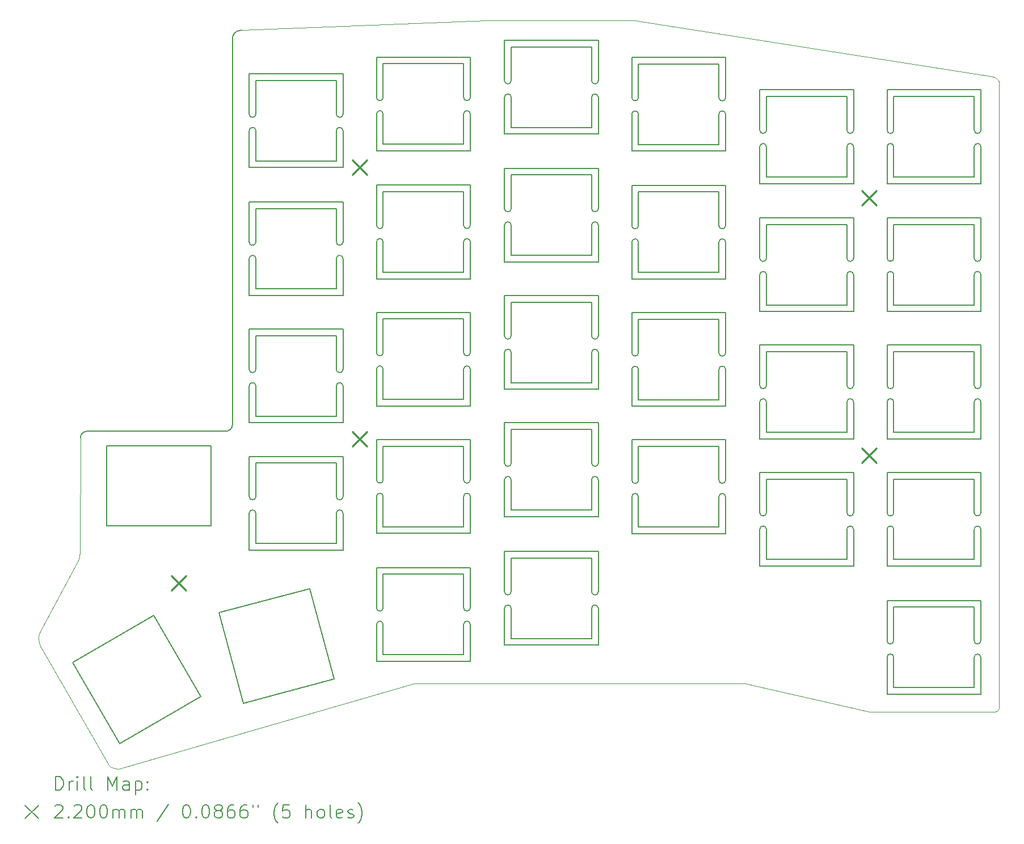
<source format=gbr>
%FSLAX45Y45*%
G04 Gerber Fmt 4.5, Leading zero omitted, Abs format (unit mm)*
G04 Created by KiCad (PCBNEW (6.0.2-0)) date 2022-03-06 15:41:22*
%MOMM*%
%LPD*%
G01*
G04 APERTURE LIST*
%TA.AperFunction,Profile*%
%ADD10C,0.150000*%
%TD*%
%TA.AperFunction,Profile*%
%ADD11C,0.100000*%
%TD*%
%ADD12C,0.200000*%
%ADD13C,0.220000*%
G04 APERTURE END LIST*
D10*
X22368600Y-12304900D02*
X22368600Y-12904900D01*
X22368600Y-13704900D02*
X20968600Y-13704900D01*
X22268600Y-12404900D02*
X22268600Y-12904900D01*
X20968600Y-12304900D02*
X22368600Y-12304900D01*
X22368600Y-13154900D02*
X22368600Y-13704900D01*
X21068600Y-13154900D02*
X21068600Y-13604900D01*
X21068600Y-13604900D02*
X22268600Y-13604900D01*
X22268600Y-13604900D02*
X22268600Y-13154900D01*
X21068600Y-13154900D02*
G75*
G03*
X20968600Y-13154900I-50000J0D01*
G01*
X20968600Y-12904900D02*
G75*
G03*
X21068600Y-12904900I50000J0D01*
G01*
X20968600Y-12904900D02*
X20968600Y-12304900D01*
X20968600Y-13704900D02*
X20968600Y-13154900D01*
X21068600Y-12404900D02*
X22268600Y-12404900D01*
X21068600Y-12904900D02*
X21068600Y-12404900D01*
X22268600Y-12904900D02*
G75*
G03*
X22368600Y-12904900I50000J0D01*
G01*
X22368600Y-13154900D02*
G75*
G03*
X22268600Y-13154900I-50000J0D01*
G01*
X16659500Y-11573500D02*
X16659500Y-12173500D01*
X16659500Y-12973500D02*
X15259500Y-12973500D01*
X16559500Y-11673500D02*
X16559500Y-12173500D01*
X15259500Y-11573500D02*
X16659500Y-11573500D01*
X16659500Y-12423500D02*
X16659500Y-12973500D01*
X15359500Y-12423500D02*
X15359500Y-12873500D01*
X15359500Y-12873500D02*
X16559500Y-12873500D01*
X16559500Y-12873500D02*
X16559500Y-12423500D01*
X15359500Y-12423500D02*
G75*
G03*
X15259500Y-12423500I-50000J0D01*
G01*
X15259500Y-12173500D02*
G75*
G03*
X15359500Y-12173500I50000J0D01*
G01*
X15259500Y-12173500D02*
X15259500Y-11573500D01*
X15259500Y-12973500D02*
X15259500Y-12423500D01*
X15359500Y-11673500D02*
X16559500Y-11673500D01*
X15359500Y-12173500D02*
X15359500Y-11673500D01*
X16559500Y-12173500D02*
G75*
G03*
X16659500Y-12173500I50000J0D01*
G01*
X16659500Y-12423500D02*
G75*
G03*
X16559500Y-12423500I-50000J0D01*
G01*
X14749500Y-11814500D02*
X14749500Y-12414500D01*
X14749500Y-13214500D02*
X13349500Y-13214500D01*
X14649500Y-11914500D02*
X14649500Y-12414500D01*
X13349500Y-11814500D02*
X14749500Y-11814500D01*
X14749500Y-12664500D02*
X14749500Y-13214500D01*
X13449500Y-12664500D02*
X13449500Y-13114500D01*
X13449500Y-13114500D02*
X14649500Y-13114500D01*
X14649500Y-13114500D02*
X14649500Y-12664500D01*
X13449500Y-12664500D02*
G75*
G03*
X13349500Y-12664500I-50000J0D01*
G01*
X13349500Y-12414500D02*
G75*
G03*
X13449500Y-12414500I50000J0D01*
G01*
X13349500Y-12414500D02*
X13349500Y-11814500D01*
X13349500Y-13214500D02*
X13349500Y-12664500D01*
X13449500Y-11914500D02*
X14649500Y-11914500D01*
X13449500Y-12414500D02*
X13449500Y-11914500D01*
X14649500Y-12414500D02*
G75*
G03*
X14749500Y-12414500I50000J0D01*
G01*
X14749500Y-12664500D02*
G75*
G03*
X14649500Y-12664500I-50000J0D01*
G01*
X13449500Y-11204500D02*
X14649500Y-11204500D01*
X14649500Y-11204500D02*
X14649500Y-10754500D01*
X13449500Y-10754500D02*
G75*
G03*
X13349500Y-10754500I-50000J0D01*
G01*
X13349500Y-10504500D02*
G75*
G03*
X13449500Y-10504500I50000J0D01*
G01*
X14749500Y-10754500D02*
X14749500Y-11304500D01*
X13449500Y-10004500D02*
X14649500Y-10004500D01*
X13449500Y-10504500D02*
X13449500Y-10004500D01*
X14749500Y-9904500D02*
X14749500Y-10504500D01*
X14749500Y-11304500D02*
X13349500Y-11304500D01*
X14649500Y-10004500D02*
X14649500Y-10504500D01*
X13349500Y-9904500D02*
X14749500Y-9904500D01*
X14649500Y-10504500D02*
G75*
G03*
X14749500Y-10504500I50000J0D01*
G01*
X14749500Y-10754500D02*
G75*
G03*
X14649500Y-10754500I-50000J0D01*
G01*
X13449500Y-10754500D02*
X13449500Y-11204500D01*
X15359500Y-10254500D02*
X15359500Y-9754500D01*
X12749500Y-10754500D02*
G75*
G03*
X12849500Y-10754500I50000J0D01*
G01*
X12849500Y-11004500D02*
G75*
G03*
X12749500Y-11004500I-50000J0D01*
G01*
X20969500Y-10394500D02*
X22369500Y-10394500D01*
X22269500Y-10994500D02*
G75*
G03*
X22369500Y-10994500I50000J0D01*
G01*
X22369500Y-11244500D02*
G75*
G03*
X22269500Y-11244500I-50000J0D01*
G01*
X21069500Y-11244500D02*
X21069500Y-11694500D01*
X21069500Y-11694500D02*
X22269500Y-11694500D01*
X22269500Y-11694500D02*
X22269500Y-11244500D01*
X21069500Y-11244500D02*
G75*
G03*
X20969500Y-11244500I-50000J0D01*
G01*
X20969500Y-10994500D02*
G75*
G03*
X21069500Y-10994500I50000J0D01*
G01*
X20969500Y-10994500D02*
X20969500Y-10394500D01*
X20969500Y-11794500D02*
X20969500Y-11244500D01*
X21069500Y-10494500D02*
X22269500Y-10494500D01*
X21069500Y-10994500D02*
X21069500Y-10494500D01*
X22369500Y-11794500D02*
X20969500Y-11794500D01*
X22269500Y-10494500D02*
X22269500Y-10994500D01*
X16559500Y-9754500D02*
X16559500Y-10254500D01*
X15259500Y-9654500D02*
X16659500Y-9654500D01*
X16659500Y-10504500D02*
X16659500Y-11054500D01*
X16659500Y-11054500D02*
X15259500Y-11054500D01*
X13349500Y-10504500D02*
X13349500Y-9904500D01*
X13349500Y-11304500D02*
X13349500Y-10754500D01*
X22369500Y-10394500D02*
X22369500Y-10994500D01*
X22369500Y-11244500D02*
X22369500Y-11794500D01*
X18559500Y-9908500D02*
X18559500Y-10508500D01*
X17159500Y-9908500D02*
X18559500Y-9908500D01*
X17259500Y-10508500D02*
X17259500Y-10008500D01*
X18559500Y-11308500D02*
X17159500Y-11308500D01*
X18459500Y-10008500D02*
X18459500Y-10508500D01*
X18459500Y-10508500D02*
G75*
G03*
X18559500Y-10508500I50000J0D01*
G01*
X18559500Y-10758500D02*
G75*
G03*
X18459500Y-10758500I-50000J0D01*
G01*
X17259500Y-10758500D02*
X17259500Y-11208500D01*
X17259500Y-11208500D02*
X18459500Y-11208500D01*
X18459500Y-11208500D02*
X18459500Y-10758500D01*
X18559500Y-10758500D02*
X18559500Y-11308500D01*
X17259500Y-10758500D02*
G75*
G03*
X17159500Y-10758500I-50000J0D01*
G01*
X17159500Y-10508500D02*
G75*
G03*
X17259500Y-10508500I50000J0D01*
G01*
X17159500Y-10508500D02*
X17159500Y-9908500D01*
X17159500Y-11308500D02*
X17159500Y-10758500D01*
X17259500Y-10008500D02*
X18459500Y-10008500D01*
X15359500Y-9754500D02*
X16559500Y-9754500D01*
X20469500Y-10394500D02*
X20469500Y-10994500D01*
X16559500Y-10254500D02*
G75*
G03*
X16659500Y-10254500I50000J0D01*
G01*
X16659500Y-10504500D02*
G75*
G03*
X16559500Y-10504500I-50000J0D01*
G01*
X15359500Y-10504500D02*
X15359500Y-10954500D01*
X15359500Y-10954500D02*
X16559500Y-10954500D01*
X16559500Y-10954500D02*
X16559500Y-10504500D01*
X15359500Y-10504500D02*
G75*
G03*
X15259500Y-10504500I-50000J0D01*
G01*
X15259500Y-10254500D02*
G75*
G03*
X15359500Y-10254500I50000J0D01*
G01*
X15259500Y-10254500D02*
X15259500Y-9654500D01*
X15259500Y-11054500D02*
X15259500Y-10504500D01*
X19069500Y-10394500D02*
X20469500Y-10394500D01*
X20469500Y-11244500D02*
X20469500Y-11794500D01*
X16659500Y-9654500D02*
X16659500Y-10254500D01*
X11549500Y-11004500D02*
X11549500Y-11454500D01*
X20369500Y-10994500D02*
G75*
G03*
X20469500Y-10994500I50000J0D01*
G01*
X20469500Y-11244500D02*
G75*
G03*
X20369500Y-11244500I-50000J0D01*
G01*
X19169500Y-11244500D02*
X19169500Y-11694500D01*
X19169500Y-11694500D02*
X20369500Y-11694500D01*
X20369500Y-11694500D02*
X20369500Y-11244500D01*
X19169500Y-11244500D02*
G75*
G03*
X19069500Y-11244500I-50000J0D01*
G01*
X19069500Y-10994500D02*
G75*
G03*
X19169500Y-10994500I50000J0D01*
G01*
X19069500Y-10994500D02*
X19069500Y-10394500D01*
X19069500Y-11794500D02*
X19069500Y-11244500D01*
X19169500Y-10494500D02*
X20369500Y-10494500D01*
X19169500Y-10994500D02*
X19169500Y-10494500D01*
X20469500Y-11794500D02*
X19069500Y-11794500D01*
X20369500Y-10494500D02*
X20369500Y-10994500D01*
X11549500Y-11454500D02*
X12749500Y-11454500D01*
X12749500Y-11454500D02*
X12749500Y-11004500D01*
X11549500Y-11004500D02*
G75*
G03*
X11449500Y-11004500I-50000J0D01*
G01*
X11449500Y-10754500D02*
G75*
G03*
X11549500Y-10754500I50000J0D01*
G01*
X11449500Y-10754500D02*
X11449500Y-10154500D01*
X11449500Y-11554500D02*
X11449500Y-11004500D01*
X11549500Y-10254500D02*
X12749500Y-10254500D01*
X11549500Y-10754500D02*
X11549500Y-10254500D01*
X12849500Y-11554500D02*
X11449500Y-11554500D01*
X12749500Y-10254500D02*
X12749500Y-10754500D01*
X11449500Y-10154500D02*
X12849500Y-10154500D01*
X12849500Y-11004500D02*
X12849500Y-11554500D01*
X12849500Y-10154500D02*
X12849500Y-10754500D01*
X13449500Y-9304500D02*
X14649500Y-9304500D01*
X14649500Y-9304500D02*
X14649500Y-8854500D01*
X13449500Y-8854500D02*
G75*
G03*
X13349500Y-8854500I-50000J0D01*
G01*
X13349500Y-8604500D02*
G75*
G03*
X13449500Y-8604500I50000J0D01*
G01*
X14749500Y-8854500D02*
X14749500Y-9404500D01*
X13449500Y-8104500D02*
X14649500Y-8104500D01*
X13449500Y-8604500D02*
X13449500Y-8104500D01*
X14749500Y-8004500D02*
X14749500Y-8604500D01*
X14749500Y-9404500D02*
X13349500Y-9404500D01*
X14649500Y-8104500D02*
X14649500Y-8604500D01*
X13349500Y-8004500D02*
X14749500Y-8004500D01*
X14649500Y-8604500D02*
G75*
G03*
X14749500Y-8604500I50000J0D01*
G01*
X14749500Y-8854500D02*
G75*
G03*
X14649500Y-8854500I-50000J0D01*
G01*
X13449500Y-8854500D02*
X13449500Y-9304500D01*
X15359500Y-8354500D02*
X15359500Y-7854500D01*
X12749500Y-8854500D02*
G75*
G03*
X12849500Y-8854500I50000J0D01*
G01*
X12849500Y-9104500D02*
G75*
G03*
X12749500Y-9104500I-50000J0D01*
G01*
X20969500Y-8494500D02*
X22369500Y-8494500D01*
X22269500Y-9094500D02*
G75*
G03*
X22369500Y-9094500I50000J0D01*
G01*
X22369500Y-9344500D02*
G75*
G03*
X22269500Y-9344500I-50000J0D01*
G01*
X21069500Y-9344500D02*
X21069500Y-9794500D01*
X21069500Y-9794500D02*
X22269500Y-9794500D01*
X22269500Y-9794500D02*
X22269500Y-9344500D01*
X21069500Y-9344500D02*
G75*
G03*
X20969500Y-9344500I-50000J0D01*
G01*
X20969500Y-9094500D02*
G75*
G03*
X21069500Y-9094500I50000J0D01*
G01*
X20969500Y-9094500D02*
X20969500Y-8494500D01*
X20969500Y-9894500D02*
X20969500Y-9344500D01*
X21069500Y-8594500D02*
X22269500Y-8594500D01*
X21069500Y-9094500D02*
X21069500Y-8594500D01*
X22369500Y-9894500D02*
X20969500Y-9894500D01*
X22269500Y-8594500D02*
X22269500Y-9094500D01*
X16559500Y-7854500D02*
X16559500Y-8354500D01*
X15259500Y-7754500D02*
X16659500Y-7754500D01*
X16659500Y-8604500D02*
X16659500Y-9154500D01*
X16659500Y-9154500D02*
X15259500Y-9154500D01*
X13349500Y-8604500D02*
X13349500Y-8004500D01*
X13349500Y-9404500D02*
X13349500Y-8854500D01*
X22369500Y-8494500D02*
X22369500Y-9094500D01*
X22369500Y-9344500D02*
X22369500Y-9894500D01*
X18559500Y-8008500D02*
X18559500Y-8608500D01*
X17159500Y-8008500D02*
X18559500Y-8008500D01*
X17259500Y-8608500D02*
X17259500Y-8108500D01*
X18559500Y-9408500D02*
X17159500Y-9408500D01*
X18459500Y-8108500D02*
X18459500Y-8608500D01*
X18459500Y-8608500D02*
G75*
G03*
X18559500Y-8608500I50000J0D01*
G01*
X18559500Y-8858500D02*
G75*
G03*
X18459500Y-8858500I-50000J0D01*
G01*
X17259500Y-8858500D02*
X17259500Y-9308500D01*
X17259500Y-9308500D02*
X18459500Y-9308500D01*
X18459500Y-9308500D02*
X18459500Y-8858500D01*
X18559500Y-8858500D02*
X18559500Y-9408500D01*
X17259500Y-8858500D02*
G75*
G03*
X17159500Y-8858500I-50000J0D01*
G01*
X17159500Y-8608500D02*
G75*
G03*
X17259500Y-8608500I50000J0D01*
G01*
X17159500Y-8608500D02*
X17159500Y-8008500D01*
X17159500Y-9408500D02*
X17159500Y-8858500D01*
X17259500Y-8108500D02*
X18459500Y-8108500D01*
X15359500Y-7854500D02*
X16559500Y-7854500D01*
X20469500Y-8494500D02*
X20469500Y-9094500D01*
X16559500Y-8354500D02*
G75*
G03*
X16659500Y-8354500I50000J0D01*
G01*
X16659500Y-8604500D02*
G75*
G03*
X16559500Y-8604500I-50000J0D01*
G01*
X15359500Y-8604500D02*
X15359500Y-9054500D01*
X15359500Y-9054500D02*
X16559500Y-9054500D01*
X16559500Y-9054500D02*
X16559500Y-8604500D01*
X15359500Y-8604500D02*
G75*
G03*
X15259500Y-8604500I-50000J0D01*
G01*
X15259500Y-8354500D02*
G75*
G03*
X15359500Y-8354500I50000J0D01*
G01*
X15259500Y-8354500D02*
X15259500Y-7754500D01*
X15259500Y-9154500D02*
X15259500Y-8604500D01*
X19069500Y-8494500D02*
X20469500Y-8494500D01*
X20469500Y-9344500D02*
X20469500Y-9894500D01*
X16659500Y-7754500D02*
X16659500Y-8354500D01*
X11549500Y-9104500D02*
X11549500Y-9554500D01*
X20369500Y-9094500D02*
G75*
G03*
X20469500Y-9094500I50000J0D01*
G01*
X20469500Y-9344500D02*
G75*
G03*
X20369500Y-9344500I-50000J0D01*
G01*
X19169500Y-9344500D02*
X19169500Y-9794500D01*
X19169500Y-9794500D02*
X20369500Y-9794500D01*
X20369500Y-9794500D02*
X20369500Y-9344500D01*
X19169500Y-9344500D02*
G75*
G03*
X19069500Y-9344500I-50000J0D01*
G01*
X19069500Y-9094500D02*
G75*
G03*
X19169500Y-9094500I50000J0D01*
G01*
X19069500Y-9094500D02*
X19069500Y-8494500D01*
X19069500Y-9894500D02*
X19069500Y-9344500D01*
X19169500Y-8594500D02*
X20369500Y-8594500D01*
X19169500Y-9094500D02*
X19169500Y-8594500D01*
X20469500Y-9894500D02*
X19069500Y-9894500D01*
X20369500Y-8594500D02*
X20369500Y-9094500D01*
X11549500Y-9554500D02*
X12749500Y-9554500D01*
X12749500Y-9554500D02*
X12749500Y-9104500D01*
X11549500Y-9104500D02*
G75*
G03*
X11449500Y-9104500I-50000J0D01*
G01*
X11449500Y-8854500D02*
G75*
G03*
X11549500Y-8854500I50000J0D01*
G01*
X11449500Y-8854500D02*
X11449500Y-8254500D01*
X11449500Y-9654500D02*
X11449500Y-9104500D01*
X11549500Y-8354500D02*
X12749500Y-8354500D01*
X11549500Y-8854500D02*
X11549500Y-8354500D01*
X12849500Y-9654500D02*
X11449500Y-9654500D01*
X12749500Y-8354500D02*
X12749500Y-8854500D01*
X11449500Y-8254500D02*
X12849500Y-8254500D01*
X12849500Y-9104500D02*
X12849500Y-9654500D01*
X12849500Y-8254500D02*
X12849500Y-8854500D01*
X13449500Y-7404500D02*
X14649500Y-7404500D01*
X14649500Y-7404500D02*
X14649500Y-6954500D01*
X13449500Y-6954500D02*
G75*
G03*
X13349500Y-6954500I-50000J0D01*
G01*
X13349500Y-6704500D02*
G75*
G03*
X13449500Y-6704500I50000J0D01*
G01*
X14749500Y-6954500D02*
X14749500Y-7504500D01*
X13449500Y-6204500D02*
X14649500Y-6204500D01*
X13449500Y-6704500D02*
X13449500Y-6204500D01*
X14749500Y-6104500D02*
X14749500Y-6704500D01*
X14749500Y-7504500D02*
X13349500Y-7504500D01*
X14649500Y-6204500D02*
X14649500Y-6704500D01*
X13349500Y-6104500D02*
X14749500Y-6104500D01*
X14649500Y-6704500D02*
G75*
G03*
X14749500Y-6704500I50000J0D01*
G01*
X14749500Y-6954500D02*
G75*
G03*
X14649500Y-6954500I-50000J0D01*
G01*
X13449500Y-6954500D02*
X13449500Y-7404500D01*
X15359500Y-6454500D02*
X15359500Y-5954500D01*
X12749500Y-6954500D02*
G75*
G03*
X12849500Y-6954500I50000J0D01*
G01*
X12849500Y-7204500D02*
G75*
G03*
X12749500Y-7204500I-50000J0D01*
G01*
X20969500Y-6594500D02*
X22369500Y-6594500D01*
X22269500Y-7194500D02*
G75*
G03*
X22369500Y-7194500I50000J0D01*
G01*
X22369500Y-7444500D02*
G75*
G03*
X22269500Y-7444500I-50000J0D01*
G01*
X21069500Y-7444500D02*
X21069500Y-7894500D01*
X21069500Y-7894500D02*
X22269500Y-7894500D01*
X22269500Y-7894500D02*
X22269500Y-7444500D01*
X21069500Y-7444500D02*
G75*
G03*
X20969500Y-7444500I-50000J0D01*
G01*
X20969500Y-7194500D02*
G75*
G03*
X21069500Y-7194500I50000J0D01*
G01*
X20969500Y-7194500D02*
X20969500Y-6594500D01*
X20969500Y-7994500D02*
X20969500Y-7444500D01*
X21069500Y-6694500D02*
X22269500Y-6694500D01*
X21069500Y-7194500D02*
X21069500Y-6694500D01*
X22369500Y-7994500D02*
X20969500Y-7994500D01*
X22269500Y-6694500D02*
X22269500Y-7194500D01*
X16559500Y-5954500D02*
X16559500Y-6454500D01*
X15259500Y-5854500D02*
X16659500Y-5854500D01*
X16659500Y-6704500D02*
X16659500Y-7254500D01*
X16659500Y-7254500D02*
X15259500Y-7254500D01*
X13349500Y-6704500D02*
X13349500Y-6104500D01*
X13349500Y-7504500D02*
X13349500Y-6954500D01*
X22369500Y-6594500D02*
X22369500Y-7194500D01*
X22369500Y-7444500D02*
X22369500Y-7994500D01*
X18559500Y-6108500D02*
X18559500Y-6708500D01*
X17159500Y-6108500D02*
X18559500Y-6108500D01*
X17259500Y-6708500D02*
X17259500Y-6208500D01*
X18559500Y-7508500D02*
X17159500Y-7508500D01*
X18459500Y-6208500D02*
X18459500Y-6708500D01*
X18459500Y-6708500D02*
G75*
G03*
X18559500Y-6708500I50000J0D01*
G01*
X18559500Y-6958500D02*
G75*
G03*
X18459500Y-6958500I-50000J0D01*
G01*
X17259500Y-6958500D02*
X17259500Y-7408500D01*
X17259500Y-7408500D02*
X18459500Y-7408500D01*
X18459500Y-7408500D02*
X18459500Y-6958500D01*
X18559500Y-6958500D02*
X18559500Y-7508500D01*
X17259500Y-6958500D02*
G75*
G03*
X17159500Y-6958500I-50000J0D01*
G01*
X17159500Y-6708500D02*
G75*
G03*
X17259500Y-6708500I50000J0D01*
G01*
X17159500Y-6708500D02*
X17159500Y-6108500D01*
X17159500Y-7508500D02*
X17159500Y-6958500D01*
X17259500Y-6208500D02*
X18459500Y-6208500D01*
X15359500Y-5954500D02*
X16559500Y-5954500D01*
X20469500Y-6594500D02*
X20469500Y-7194500D01*
X16559500Y-6454500D02*
G75*
G03*
X16659500Y-6454500I50000J0D01*
G01*
X16659500Y-6704500D02*
G75*
G03*
X16559500Y-6704500I-50000J0D01*
G01*
X15359500Y-6704500D02*
X15359500Y-7154500D01*
X15359500Y-7154500D02*
X16559500Y-7154500D01*
X16559500Y-7154500D02*
X16559500Y-6704500D01*
X15359500Y-6704500D02*
G75*
G03*
X15259500Y-6704500I-50000J0D01*
G01*
X15259500Y-6454500D02*
G75*
G03*
X15359500Y-6454500I50000J0D01*
G01*
X15259500Y-6454500D02*
X15259500Y-5854500D01*
X15259500Y-7254500D02*
X15259500Y-6704500D01*
X19069500Y-6594500D02*
X20469500Y-6594500D01*
X20469500Y-7444500D02*
X20469500Y-7994500D01*
X16659500Y-5854500D02*
X16659500Y-6454500D01*
X11549500Y-7204500D02*
X11549500Y-7654500D01*
X20369500Y-7194500D02*
G75*
G03*
X20469500Y-7194500I50000J0D01*
G01*
X20469500Y-7444500D02*
G75*
G03*
X20369500Y-7444500I-50000J0D01*
G01*
X19169500Y-7444500D02*
X19169500Y-7894500D01*
X19169500Y-7894500D02*
X20369500Y-7894500D01*
X20369500Y-7894500D02*
X20369500Y-7444500D01*
X19169500Y-7444500D02*
G75*
G03*
X19069500Y-7444500I-50000J0D01*
G01*
X19069500Y-7194500D02*
G75*
G03*
X19169500Y-7194500I50000J0D01*
G01*
X19069500Y-7194500D02*
X19069500Y-6594500D01*
X19069500Y-7994500D02*
X19069500Y-7444500D01*
X19169500Y-6694500D02*
X20369500Y-6694500D01*
X19169500Y-7194500D02*
X19169500Y-6694500D01*
X20469500Y-7994500D02*
X19069500Y-7994500D01*
X20369500Y-6694500D02*
X20369500Y-7194500D01*
X11549500Y-7654500D02*
X12749500Y-7654500D01*
X12749500Y-7654500D02*
X12749500Y-7204500D01*
X11549500Y-7204500D02*
G75*
G03*
X11449500Y-7204500I-50000J0D01*
G01*
X11449500Y-6954500D02*
G75*
G03*
X11549500Y-6954500I50000J0D01*
G01*
X11449500Y-6954500D02*
X11449500Y-6354500D01*
X11449500Y-7754500D02*
X11449500Y-7204500D01*
X11549500Y-6454500D02*
X12749500Y-6454500D01*
X11549500Y-6954500D02*
X11549500Y-6454500D01*
X12849500Y-7754500D02*
X11449500Y-7754500D01*
X12749500Y-6454500D02*
X12749500Y-6954500D01*
X11449500Y-6354500D02*
X12849500Y-6354500D01*
X12849500Y-7204500D02*
X12849500Y-7754500D01*
X12849500Y-6354500D02*
X12849500Y-6954500D01*
X22269500Y-5284500D02*
G75*
G03*
X22369500Y-5284500I50000J0D01*
G01*
X22369500Y-5534500D02*
G75*
G03*
X22269500Y-5534500I-50000J0D01*
G01*
X21069500Y-5534500D02*
X21069500Y-5984500D01*
X21069500Y-5984500D02*
X22269500Y-5984500D01*
X22269500Y-5984500D02*
X22269500Y-5534500D01*
X21069500Y-5534500D02*
G75*
G03*
X20969500Y-5534500I-50000J0D01*
G01*
X20969500Y-5284500D02*
G75*
G03*
X21069500Y-5284500I50000J0D01*
G01*
X20969500Y-5284500D02*
X20969500Y-4684500D01*
X20969500Y-6084500D02*
X20969500Y-5534500D01*
X21069500Y-4784500D02*
X22269500Y-4784500D01*
X21069500Y-5284500D02*
X21069500Y-4784500D01*
X22369500Y-6084500D02*
X20969500Y-6084500D01*
X22269500Y-4784500D02*
X22269500Y-5284500D01*
X20969500Y-4684500D02*
X22369500Y-4684500D01*
X22369500Y-5534500D02*
X22369500Y-6084500D01*
X22369500Y-4684500D02*
X22369500Y-5284500D01*
X20369500Y-5284500D02*
G75*
G03*
X20469500Y-5284500I50000J0D01*
G01*
X20469500Y-5534500D02*
G75*
G03*
X20369500Y-5534500I-50000J0D01*
G01*
X19169500Y-5534500D02*
X19169500Y-5984500D01*
X19169500Y-5984500D02*
X20369500Y-5984500D01*
X20369500Y-5984500D02*
X20369500Y-5534500D01*
X19169500Y-5534500D02*
G75*
G03*
X19069500Y-5534500I-50000J0D01*
G01*
X19069500Y-5284500D02*
G75*
G03*
X19169500Y-5284500I50000J0D01*
G01*
X19069500Y-5284500D02*
X19069500Y-4684500D01*
X19069500Y-6084500D02*
X19069500Y-5534500D01*
X19169500Y-4784500D02*
X20369500Y-4784500D01*
X19169500Y-5284500D02*
X19169500Y-4784500D01*
X20469500Y-6084500D02*
X19069500Y-6084500D01*
X20369500Y-4784500D02*
X20369500Y-5284500D01*
X19069500Y-4684500D02*
X20469500Y-4684500D01*
X20469500Y-5534500D02*
X20469500Y-6084500D01*
X20469500Y-4684500D02*
X20469500Y-5284500D01*
X18459500Y-4798500D02*
G75*
G03*
X18559500Y-4798500I50000J0D01*
G01*
X18559500Y-5048500D02*
G75*
G03*
X18459500Y-5048500I-50000J0D01*
G01*
X17259500Y-5048500D02*
X17259500Y-5498500D01*
X17259500Y-5498500D02*
X18459500Y-5498500D01*
X18459500Y-5498500D02*
X18459500Y-5048500D01*
X17259500Y-5048500D02*
G75*
G03*
X17159500Y-5048500I-50000J0D01*
G01*
X17159500Y-4798500D02*
G75*
G03*
X17259500Y-4798500I50000J0D01*
G01*
X17159500Y-4798500D02*
X17159500Y-4198500D01*
X17159500Y-5598500D02*
X17159500Y-5048500D01*
X17259500Y-4298500D02*
X18459500Y-4298500D01*
X17259500Y-4798500D02*
X17259500Y-4298500D01*
X18559500Y-5598500D02*
X17159500Y-5598500D01*
X18459500Y-4298500D02*
X18459500Y-4798500D01*
X17159500Y-4198500D02*
X18559500Y-4198500D01*
X18559500Y-5048500D02*
X18559500Y-5598500D01*
X18559500Y-4198500D02*
X18559500Y-4798500D01*
X16559500Y-4544500D02*
G75*
G03*
X16659500Y-4544500I50000J0D01*
G01*
X16659500Y-4794500D02*
G75*
G03*
X16559500Y-4794500I-50000J0D01*
G01*
X15359500Y-4794500D02*
X15359500Y-5244500D01*
X15359500Y-5244500D02*
X16559500Y-5244500D01*
X16559500Y-5244500D02*
X16559500Y-4794500D01*
X15359500Y-4794500D02*
G75*
G03*
X15259500Y-4794500I-50000J0D01*
G01*
X15259500Y-4544500D02*
G75*
G03*
X15359500Y-4544500I50000J0D01*
G01*
X15259500Y-4544500D02*
X15259500Y-3944500D01*
X15259500Y-5344500D02*
X15259500Y-4794500D01*
X15359500Y-4044500D02*
X16559500Y-4044500D01*
X15359500Y-4544500D02*
X15359500Y-4044500D01*
X16659500Y-5344500D02*
X15259500Y-5344500D01*
X16559500Y-4044500D02*
X16559500Y-4544500D01*
X15259500Y-3944500D02*
X16659500Y-3944500D01*
X16659500Y-4794500D02*
X16659500Y-5344500D01*
X16659500Y-3944500D02*
X16659500Y-4544500D01*
X14649500Y-4794500D02*
G75*
G03*
X14749500Y-4794500I50000J0D01*
G01*
X14749500Y-5044500D02*
G75*
G03*
X14649500Y-5044500I-50000J0D01*
G01*
X13449500Y-5044500D02*
X13449500Y-5494500D01*
X13449500Y-5494500D02*
X14649500Y-5494500D01*
X14649500Y-5494500D02*
X14649500Y-5044500D01*
X13449500Y-5044500D02*
G75*
G03*
X13349500Y-5044500I-50000J0D01*
G01*
X13349500Y-4794500D02*
G75*
G03*
X13449500Y-4794500I50000J0D01*
G01*
X13349500Y-4794500D02*
X13349500Y-4194500D01*
X13349500Y-5594500D02*
X13349500Y-5044500D01*
X13449500Y-4294500D02*
X14649500Y-4294500D01*
X13449500Y-4794500D02*
X13449500Y-4294500D01*
X14749500Y-5594500D02*
X13349500Y-5594500D01*
X14649500Y-4294500D02*
X14649500Y-4794500D01*
X13349500Y-4194500D02*
X14749500Y-4194500D01*
X14749500Y-5044500D02*
X14749500Y-5594500D01*
X14749500Y-4194500D02*
X14749500Y-4794500D01*
X10726718Y-13740718D02*
X9514282Y-14440718D01*
X10026718Y-12528282D02*
X10726718Y-13740718D01*
X9514282Y-14440718D02*
X8814282Y-13228282D01*
X8814282Y-13228282D02*
X10026718Y-12528282D01*
X10879500Y-11194500D02*
X10879500Y-10594500D01*
D11*
X22627888Y-4544281D02*
X22636528Y-4562367D01*
X9354500Y-14764500D02*
X8329500Y-12984500D01*
X17194500Y-3644500D02*
X22547044Y-4489015D01*
X8927026Y-11584500D02*
X8919500Y-11649500D01*
X9434500Y-14809500D02*
X9489500Y-14819500D01*
X8314500Y-12934500D02*
X8309500Y-12874500D01*
X9389500Y-14794500D02*
X9434500Y-14809500D01*
X22567211Y-4494178D02*
X22585687Y-4502647D01*
X8919500Y-11649500D02*
X8899500Y-11709500D01*
X8309500Y-12874500D02*
X8309500Y-12834500D01*
X9354500Y-14764500D02*
X9389500Y-14794500D01*
X22547044Y-4489015D02*
X22567211Y-4494178D01*
X22641938Y-4581957D02*
X22643818Y-4602690D01*
X8319500Y-12784500D02*
X8899500Y-11709500D01*
X22636528Y-4562367D02*
X22641938Y-4581957D01*
X14999500Y-3644500D02*
X11339500Y-3790000D01*
X13914913Y-13544500D02*
X18849500Y-13544500D01*
X8329500Y-12984500D02*
X8314500Y-12934500D01*
X8309500Y-12834500D02*
X8319500Y-12784500D01*
X13914913Y-13544500D02*
X9489500Y-14819500D01*
X22602162Y-4514060D02*
X22616332Y-4528058D01*
X14999500Y-3644500D02*
X17194500Y-3644500D01*
X22616332Y-4528058D02*
X22627888Y-4544281D01*
X8927026Y-11584500D02*
X8930000Y-9880000D01*
X22585687Y-4502647D02*
X22602162Y-4514060D01*
X22586574Y-13970482D02*
X20710530Y-13970482D01*
X22586574Y-13970482D02*
G75*
G03*
X22643980Y-13913597I508J56896D01*
G01*
X22643818Y-4602690D02*
X22643980Y-13913597D01*
X20710530Y-13970482D02*
X18849500Y-13544500D01*
D10*
X11002179Y-12489525D02*
X12354475Y-12127179D01*
X12716821Y-13479475D02*
X11364525Y-13841821D01*
X11269500Y-3810000D02*
X11299500Y-3800000D01*
X12849500Y-5294500D02*
G75*
G03*
X12749500Y-5294500I-50000J0D01*
G01*
X12749500Y-5044500D02*
G75*
G03*
X12849500Y-5044500I50000J0D01*
G01*
X9030000Y-9780000D02*
X11099500Y-9780000D01*
X11209500Y-3870000D02*
X11229500Y-3840000D01*
X11449500Y-4444500D02*
X12849500Y-4444500D01*
X11199500Y-3904500D02*
X11209500Y-3870000D01*
X10879500Y-10594500D02*
X10879500Y-9994500D01*
X9319500Y-11194500D02*
X10879500Y-11194500D01*
X11299500Y-3800000D02*
X11339500Y-3790000D01*
X12749500Y-4544500D02*
X12749500Y-5044500D01*
X9030000Y-9780000D02*
G75*
G03*
X8930000Y-9880000I0J-100000D01*
G01*
X11099500Y-9780000D02*
G75*
G03*
X11199500Y-9680000I0J100000D01*
G01*
X12849500Y-5844500D02*
X11449500Y-5844500D01*
X11549500Y-5044500D02*
X11549500Y-4544500D01*
X9319500Y-9994500D02*
X9319500Y-11194500D01*
X11549500Y-4544500D02*
X12749500Y-4544500D01*
X11449500Y-5844500D02*
X11449500Y-5294500D01*
X11449500Y-5044500D02*
X11449500Y-4444500D01*
X11449500Y-5044500D02*
G75*
G03*
X11549500Y-5044500I50000J0D01*
G01*
X11549500Y-5294500D02*
G75*
G03*
X11449500Y-5294500I-50000J0D01*
G01*
X12749500Y-5744500D02*
X12749500Y-5294500D01*
X11364525Y-13841821D02*
X11002179Y-12489525D01*
X11549500Y-5294500D02*
X11549500Y-5744500D01*
X12849500Y-4444500D02*
X12849500Y-5044500D01*
X12849500Y-5294500D02*
X12849500Y-5844500D01*
X11229500Y-3840000D02*
X11249500Y-3820000D01*
X10879500Y-9994500D02*
X9319500Y-9994500D01*
X11199500Y-9680000D02*
X11199500Y-3904500D01*
X12354475Y-12127179D02*
X12716821Y-13479475D01*
X11249500Y-3820000D02*
X11269500Y-3810000D01*
X11549500Y-5744500D02*
X12749500Y-5744500D01*
D12*
D13*
X10289500Y-11934500D02*
X10509500Y-12154500D01*
X10509500Y-11934500D02*
X10289500Y-12154500D01*
X12989500Y-5734500D02*
X13209500Y-5954500D01*
X13209500Y-5734500D02*
X12989500Y-5954500D01*
X12989500Y-9784500D02*
X13209500Y-10004500D01*
X13209500Y-9784500D02*
X12989500Y-10004500D01*
X20589500Y-6184500D02*
X20809500Y-6404500D01*
X20809500Y-6184500D02*
X20589500Y-6404500D01*
X20589500Y-10034500D02*
X20809500Y-10254500D01*
X20809500Y-10034500D02*
X20589500Y-10254500D01*
D12*
X8562119Y-15134976D02*
X8562119Y-14934976D01*
X8609738Y-14934976D01*
X8638310Y-14944500D01*
X8657357Y-14963548D01*
X8666881Y-14982595D01*
X8676405Y-15020690D01*
X8676405Y-15049262D01*
X8666881Y-15087357D01*
X8657357Y-15106405D01*
X8638310Y-15125452D01*
X8609738Y-15134976D01*
X8562119Y-15134976D01*
X8762119Y-15134976D02*
X8762119Y-15001643D01*
X8762119Y-15039738D02*
X8771643Y-15020690D01*
X8781167Y-15011167D01*
X8800214Y-15001643D01*
X8819262Y-15001643D01*
X8885929Y-15134976D02*
X8885929Y-15001643D01*
X8885929Y-14934976D02*
X8876405Y-14944500D01*
X8885929Y-14954024D01*
X8895452Y-14944500D01*
X8885929Y-14934976D01*
X8885929Y-14954024D01*
X9009738Y-15134976D02*
X8990690Y-15125452D01*
X8981167Y-15106405D01*
X8981167Y-14934976D01*
X9114500Y-15134976D02*
X9095452Y-15125452D01*
X9085929Y-15106405D01*
X9085929Y-14934976D01*
X9343071Y-15134976D02*
X9343071Y-14934976D01*
X9409738Y-15077833D01*
X9476405Y-14934976D01*
X9476405Y-15134976D01*
X9657357Y-15134976D02*
X9657357Y-15030214D01*
X9647833Y-15011167D01*
X9628786Y-15001643D01*
X9590690Y-15001643D01*
X9571643Y-15011167D01*
X9657357Y-15125452D02*
X9638310Y-15134976D01*
X9590690Y-15134976D01*
X9571643Y-15125452D01*
X9562119Y-15106405D01*
X9562119Y-15087357D01*
X9571643Y-15068309D01*
X9590690Y-15058786D01*
X9638310Y-15058786D01*
X9657357Y-15049262D01*
X9752595Y-15001643D02*
X9752595Y-15201643D01*
X9752595Y-15011167D02*
X9771643Y-15001643D01*
X9809738Y-15001643D01*
X9828786Y-15011167D01*
X9838310Y-15020690D01*
X9847833Y-15039738D01*
X9847833Y-15096881D01*
X9838310Y-15115928D01*
X9828786Y-15125452D01*
X9809738Y-15134976D01*
X9771643Y-15134976D01*
X9752595Y-15125452D01*
X9933548Y-15115928D02*
X9943071Y-15125452D01*
X9933548Y-15134976D01*
X9924024Y-15125452D01*
X9933548Y-15115928D01*
X9933548Y-15134976D01*
X9933548Y-15011167D02*
X9943071Y-15020690D01*
X9933548Y-15030214D01*
X9924024Y-15020690D01*
X9933548Y-15011167D01*
X9933548Y-15030214D01*
X8104500Y-15364500D02*
X8304500Y-15564500D01*
X8304500Y-15364500D02*
X8104500Y-15564500D01*
X8552595Y-15374024D02*
X8562119Y-15364500D01*
X8581167Y-15354976D01*
X8628786Y-15354976D01*
X8647833Y-15364500D01*
X8657357Y-15374024D01*
X8666881Y-15393071D01*
X8666881Y-15412119D01*
X8657357Y-15440690D01*
X8543071Y-15554976D01*
X8666881Y-15554976D01*
X8752595Y-15535928D02*
X8762119Y-15545452D01*
X8752595Y-15554976D01*
X8743071Y-15545452D01*
X8752595Y-15535928D01*
X8752595Y-15554976D01*
X8838310Y-15374024D02*
X8847833Y-15364500D01*
X8866881Y-15354976D01*
X8914500Y-15354976D01*
X8933548Y-15364500D01*
X8943071Y-15374024D01*
X8952595Y-15393071D01*
X8952595Y-15412119D01*
X8943071Y-15440690D01*
X8828786Y-15554976D01*
X8952595Y-15554976D01*
X9076405Y-15354976D02*
X9095452Y-15354976D01*
X9114500Y-15364500D01*
X9124024Y-15374024D01*
X9133548Y-15393071D01*
X9143071Y-15431167D01*
X9143071Y-15478786D01*
X9133548Y-15516881D01*
X9124024Y-15535928D01*
X9114500Y-15545452D01*
X9095452Y-15554976D01*
X9076405Y-15554976D01*
X9057357Y-15545452D01*
X9047833Y-15535928D01*
X9038310Y-15516881D01*
X9028786Y-15478786D01*
X9028786Y-15431167D01*
X9038310Y-15393071D01*
X9047833Y-15374024D01*
X9057357Y-15364500D01*
X9076405Y-15354976D01*
X9266881Y-15354976D02*
X9285929Y-15354976D01*
X9304976Y-15364500D01*
X9314500Y-15374024D01*
X9324024Y-15393071D01*
X9333548Y-15431167D01*
X9333548Y-15478786D01*
X9324024Y-15516881D01*
X9314500Y-15535928D01*
X9304976Y-15545452D01*
X9285929Y-15554976D01*
X9266881Y-15554976D01*
X9247833Y-15545452D01*
X9238310Y-15535928D01*
X9228786Y-15516881D01*
X9219262Y-15478786D01*
X9219262Y-15431167D01*
X9228786Y-15393071D01*
X9238310Y-15374024D01*
X9247833Y-15364500D01*
X9266881Y-15354976D01*
X9419262Y-15554976D02*
X9419262Y-15421643D01*
X9419262Y-15440690D02*
X9428786Y-15431167D01*
X9447833Y-15421643D01*
X9476405Y-15421643D01*
X9495452Y-15431167D01*
X9504976Y-15450214D01*
X9504976Y-15554976D01*
X9504976Y-15450214D02*
X9514500Y-15431167D01*
X9533548Y-15421643D01*
X9562119Y-15421643D01*
X9581167Y-15431167D01*
X9590690Y-15450214D01*
X9590690Y-15554976D01*
X9685929Y-15554976D02*
X9685929Y-15421643D01*
X9685929Y-15440690D02*
X9695452Y-15431167D01*
X9714500Y-15421643D01*
X9743071Y-15421643D01*
X9762119Y-15431167D01*
X9771643Y-15450214D01*
X9771643Y-15554976D01*
X9771643Y-15450214D02*
X9781167Y-15431167D01*
X9800214Y-15421643D01*
X9828786Y-15421643D01*
X9847833Y-15431167D01*
X9857357Y-15450214D01*
X9857357Y-15554976D01*
X10247833Y-15345452D02*
X10076405Y-15602595D01*
X10504976Y-15354976D02*
X10524024Y-15354976D01*
X10543071Y-15364500D01*
X10552595Y-15374024D01*
X10562119Y-15393071D01*
X10571643Y-15431167D01*
X10571643Y-15478786D01*
X10562119Y-15516881D01*
X10552595Y-15535928D01*
X10543071Y-15545452D01*
X10524024Y-15554976D01*
X10504976Y-15554976D01*
X10485929Y-15545452D01*
X10476405Y-15535928D01*
X10466881Y-15516881D01*
X10457357Y-15478786D01*
X10457357Y-15431167D01*
X10466881Y-15393071D01*
X10476405Y-15374024D01*
X10485929Y-15364500D01*
X10504976Y-15354976D01*
X10657357Y-15535928D02*
X10666881Y-15545452D01*
X10657357Y-15554976D01*
X10647833Y-15545452D01*
X10657357Y-15535928D01*
X10657357Y-15554976D01*
X10790690Y-15354976D02*
X10809738Y-15354976D01*
X10828786Y-15364500D01*
X10838310Y-15374024D01*
X10847833Y-15393071D01*
X10857357Y-15431167D01*
X10857357Y-15478786D01*
X10847833Y-15516881D01*
X10838310Y-15535928D01*
X10828786Y-15545452D01*
X10809738Y-15554976D01*
X10790690Y-15554976D01*
X10771643Y-15545452D01*
X10762119Y-15535928D01*
X10752595Y-15516881D01*
X10743071Y-15478786D01*
X10743071Y-15431167D01*
X10752595Y-15393071D01*
X10762119Y-15374024D01*
X10771643Y-15364500D01*
X10790690Y-15354976D01*
X10971643Y-15440690D02*
X10952595Y-15431167D01*
X10943071Y-15421643D01*
X10933548Y-15402595D01*
X10933548Y-15393071D01*
X10943071Y-15374024D01*
X10952595Y-15364500D01*
X10971643Y-15354976D01*
X11009738Y-15354976D01*
X11028786Y-15364500D01*
X11038310Y-15374024D01*
X11047833Y-15393071D01*
X11047833Y-15402595D01*
X11038310Y-15421643D01*
X11028786Y-15431167D01*
X11009738Y-15440690D01*
X10971643Y-15440690D01*
X10952595Y-15450214D01*
X10943071Y-15459738D01*
X10933548Y-15478786D01*
X10933548Y-15516881D01*
X10943071Y-15535928D01*
X10952595Y-15545452D01*
X10971643Y-15554976D01*
X11009738Y-15554976D01*
X11028786Y-15545452D01*
X11038310Y-15535928D01*
X11047833Y-15516881D01*
X11047833Y-15478786D01*
X11038310Y-15459738D01*
X11028786Y-15450214D01*
X11009738Y-15440690D01*
X11219262Y-15354976D02*
X11181167Y-15354976D01*
X11162119Y-15364500D01*
X11152595Y-15374024D01*
X11133548Y-15402595D01*
X11124024Y-15440690D01*
X11124024Y-15516881D01*
X11133548Y-15535928D01*
X11143071Y-15545452D01*
X11162119Y-15554976D01*
X11200214Y-15554976D01*
X11219262Y-15545452D01*
X11228786Y-15535928D01*
X11238309Y-15516881D01*
X11238309Y-15469262D01*
X11228786Y-15450214D01*
X11219262Y-15440690D01*
X11200214Y-15431167D01*
X11162119Y-15431167D01*
X11143071Y-15440690D01*
X11133548Y-15450214D01*
X11124024Y-15469262D01*
X11409738Y-15354976D02*
X11371643Y-15354976D01*
X11352595Y-15364500D01*
X11343071Y-15374024D01*
X11324024Y-15402595D01*
X11314500Y-15440690D01*
X11314500Y-15516881D01*
X11324024Y-15535928D01*
X11333548Y-15545452D01*
X11352595Y-15554976D01*
X11390690Y-15554976D01*
X11409738Y-15545452D01*
X11419262Y-15535928D01*
X11428786Y-15516881D01*
X11428786Y-15469262D01*
X11419262Y-15450214D01*
X11409738Y-15440690D01*
X11390690Y-15431167D01*
X11352595Y-15431167D01*
X11333548Y-15440690D01*
X11324024Y-15450214D01*
X11314500Y-15469262D01*
X11504976Y-15354976D02*
X11504976Y-15393071D01*
X11581167Y-15354976D02*
X11581167Y-15393071D01*
X11876405Y-15631167D02*
X11866881Y-15621643D01*
X11847833Y-15593071D01*
X11838309Y-15574024D01*
X11828786Y-15545452D01*
X11819262Y-15497833D01*
X11819262Y-15459738D01*
X11828786Y-15412119D01*
X11838309Y-15383548D01*
X11847833Y-15364500D01*
X11866881Y-15335928D01*
X11876405Y-15326405D01*
X12047833Y-15354976D02*
X11952595Y-15354976D01*
X11943071Y-15450214D01*
X11952595Y-15440690D01*
X11971643Y-15431167D01*
X12019262Y-15431167D01*
X12038309Y-15440690D01*
X12047833Y-15450214D01*
X12057357Y-15469262D01*
X12057357Y-15516881D01*
X12047833Y-15535928D01*
X12038309Y-15545452D01*
X12019262Y-15554976D01*
X11971643Y-15554976D01*
X11952595Y-15545452D01*
X11943071Y-15535928D01*
X12295452Y-15554976D02*
X12295452Y-15354976D01*
X12381167Y-15554976D02*
X12381167Y-15450214D01*
X12371643Y-15431167D01*
X12352595Y-15421643D01*
X12324024Y-15421643D01*
X12304976Y-15431167D01*
X12295452Y-15440690D01*
X12504976Y-15554976D02*
X12485928Y-15545452D01*
X12476405Y-15535928D01*
X12466881Y-15516881D01*
X12466881Y-15459738D01*
X12476405Y-15440690D01*
X12485928Y-15431167D01*
X12504976Y-15421643D01*
X12533548Y-15421643D01*
X12552595Y-15431167D01*
X12562119Y-15440690D01*
X12571643Y-15459738D01*
X12571643Y-15516881D01*
X12562119Y-15535928D01*
X12552595Y-15545452D01*
X12533548Y-15554976D01*
X12504976Y-15554976D01*
X12685928Y-15554976D02*
X12666881Y-15545452D01*
X12657357Y-15526405D01*
X12657357Y-15354976D01*
X12838309Y-15545452D02*
X12819262Y-15554976D01*
X12781167Y-15554976D01*
X12762119Y-15545452D01*
X12752595Y-15526405D01*
X12752595Y-15450214D01*
X12762119Y-15431167D01*
X12781167Y-15421643D01*
X12819262Y-15421643D01*
X12838309Y-15431167D01*
X12847833Y-15450214D01*
X12847833Y-15469262D01*
X12752595Y-15488309D01*
X12924024Y-15545452D02*
X12943071Y-15554976D01*
X12981167Y-15554976D01*
X13000214Y-15545452D01*
X13009738Y-15526405D01*
X13009738Y-15516881D01*
X13000214Y-15497833D01*
X12981167Y-15488309D01*
X12952595Y-15488309D01*
X12933548Y-15478786D01*
X12924024Y-15459738D01*
X12924024Y-15450214D01*
X12933548Y-15431167D01*
X12952595Y-15421643D01*
X12981167Y-15421643D01*
X13000214Y-15431167D01*
X13076405Y-15631167D02*
X13085928Y-15621643D01*
X13104976Y-15593071D01*
X13114500Y-15574024D01*
X13124024Y-15545452D01*
X13133548Y-15497833D01*
X13133548Y-15459738D01*
X13124024Y-15412119D01*
X13114500Y-15383548D01*
X13104976Y-15364500D01*
X13085928Y-15335928D01*
X13076405Y-15326405D01*
M02*

</source>
